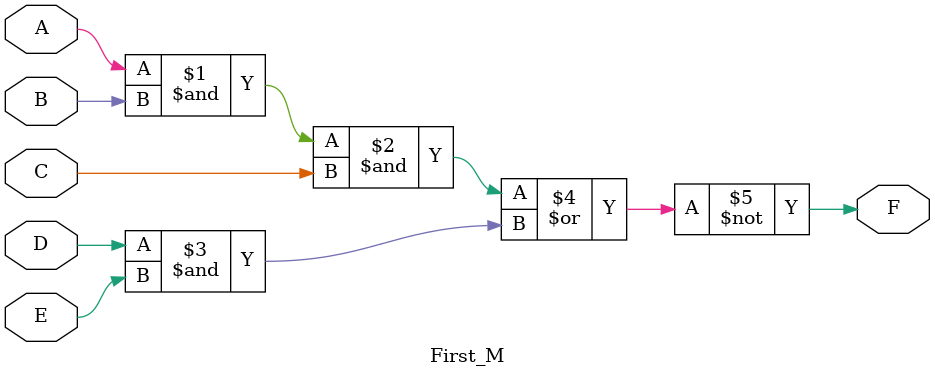
<source format=v>
`timescale 1ns / 1ps
module First_M(A,B,C,D,E,F);
  input    A,B,C,D,E;
  output   F;
  wire     A,B,C,D,E,F;
  assign   F=~((A&B&C)|(D&E));
endmodule

</source>
